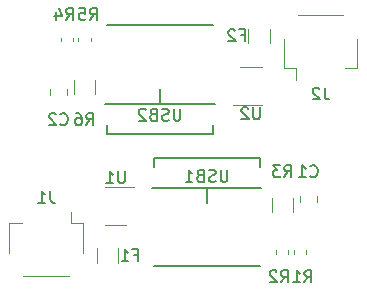
<source format=gbo>
G04 #@! TF.GenerationSoftware,KiCad,Pcbnew,(5.1.10)-1*
G04 #@! TF.CreationDate,2021-08-18T17:13:35+08:00*
G04 #@! TF.ProjectId,dboard,64626f61-7264-42e6-9b69-6361645f7063,rev?*
G04 #@! TF.SameCoordinates,Original*
G04 #@! TF.FileFunction,Legend,Bot*
G04 #@! TF.FilePolarity,Positive*
%FSLAX46Y46*%
G04 Gerber Fmt 4.6, Leading zero omitted, Abs format (unit mm)*
G04 Created by KiCad (PCBNEW (5.1.10)-1) date 2021-08-18 17:13:35*
%MOMM*%
%LPD*%
G01*
G04 APERTURE LIST*
%ADD10C,0.120000*%
%ADD11C,0.150000*%
G04 APERTURE END LIST*
D10*
X-11858750Y5278922D02*
X-11858750Y5796078D01*
X-13278750Y5278922D02*
X-13278750Y5796078D01*
X-10866250Y9837221D02*
X-10866250Y10162779D01*
X-9846250Y9837221D02*
X-9846250Y10162779D01*
D11*
X656250Y4540000D02*
X-8593750Y4540000D01*
X506250Y11200000D02*
X-8443750Y11200000D01*
X-8448750Y2790000D02*
X-8443750Y2030000D01*
X506250Y2030000D02*
X-8443750Y2030000D01*
X506250Y2030000D02*
X511250Y2790000D01*
X-3968750Y4540000D02*
X-3968750Y5810000D01*
D10*
X5341250Y9697936D02*
X5341250Y10902064D01*
X3521250Y9697936D02*
X3521250Y10902064D01*
X2831250Y7710000D02*
X4631250Y7710000D01*
X4631250Y4490000D02*
X2181250Y4490000D01*
X6521250Y10065000D02*
X6521250Y7565000D01*
X6521250Y7565000D02*
X7571250Y7565000D01*
X7571250Y7565000D02*
X7571250Y6575000D01*
X12741250Y10065000D02*
X12741250Y7565000D01*
X12741250Y7565000D02*
X11691250Y7565000D01*
X7691250Y12035000D02*
X11571250Y12035000D01*
X-11266250Y5397936D02*
X-11266250Y6602064D01*
X-9446250Y5397936D02*
X-9446250Y6602064D01*
X-12366250Y9837221D02*
X-12366250Y10162779D01*
X-11346250Y9837221D02*
X-11346250Y10162779D01*
D11*
X0Y-2540000D02*
X0Y-3810000D01*
X-4475000Y-30000D02*
X-4480000Y-790000D01*
X-4475000Y-30000D02*
X4475000Y-30000D01*
X4480000Y-790000D02*
X4475000Y-30000D01*
X-4475000Y-9200000D02*
X4475000Y-9200000D01*
X-4625000Y-2540000D02*
X4625000Y-2540000D01*
D10*
X-11660000Y-10035000D02*
X-15540000Y-10035000D01*
X-16710000Y-5565000D02*
X-15660000Y-5565000D01*
X-16710000Y-8065000D02*
X-16710000Y-5565000D01*
X-11540000Y-5565000D02*
X-11540000Y-4575000D01*
X-10490000Y-5565000D02*
X-11540000Y-5565000D01*
X-10490000Y-8065000D02*
X-10490000Y-5565000D01*
X-8600000Y-2490000D02*
X-6150000Y-2490000D01*
X-6800000Y-5710000D02*
X-8600000Y-5710000D01*
X5477500Y-3397936D02*
X5477500Y-4602064D01*
X7297500Y-3397936D02*
X7297500Y-4602064D01*
X5877500Y-7837221D02*
X5877500Y-8162779D01*
X6897500Y-7837221D02*
X6897500Y-8162779D01*
X7377500Y-7837221D02*
X7377500Y-8162779D01*
X8397500Y-7837221D02*
X8397500Y-8162779D01*
X-7490000Y-7697936D02*
X-7490000Y-8902064D01*
X-9310000Y-7697936D02*
X-9310000Y-8902064D01*
X9310000Y-3278922D02*
X9310000Y-3796078D01*
X7890000Y-3278922D02*
X7890000Y-3796078D01*
D11*
X-12402083Y2842857D02*
X-12354464Y2795238D01*
X-12211607Y2747619D01*
X-12116369Y2747619D01*
X-11973511Y2795238D01*
X-11878273Y2890476D01*
X-11830654Y2985714D01*
X-11783035Y3176190D01*
X-11783035Y3319047D01*
X-11830654Y3509523D01*
X-11878273Y3604761D01*
X-11973511Y3700000D01*
X-12116369Y3747619D01*
X-12211607Y3747619D01*
X-12354464Y3700000D01*
X-12402083Y3652380D01*
X-12783035Y3652380D02*
X-12830654Y3700000D01*
X-12925892Y3747619D01*
X-13163988Y3747619D01*
X-13259226Y3700000D01*
X-13306845Y3652380D01*
X-13354464Y3557142D01*
X-13354464Y3461904D01*
X-13306845Y3319047D01*
X-12735416Y2747619D01*
X-13354464Y2747619D01*
X-9902083Y11647619D02*
X-9568750Y12123809D01*
X-9330654Y11647619D02*
X-9330654Y12647619D01*
X-9711607Y12647619D01*
X-9806845Y12600000D01*
X-9854464Y12552380D01*
X-9902083Y12457142D01*
X-9902083Y12314285D01*
X-9854464Y12219047D01*
X-9806845Y12171428D01*
X-9711607Y12123809D01*
X-9330654Y12123809D01*
X-10806845Y12647619D02*
X-10330654Y12647619D01*
X-10283035Y12171428D01*
X-10330654Y12219047D01*
X-10425892Y12266666D01*
X-10663988Y12266666D01*
X-10759226Y12219047D01*
X-10806845Y12171428D01*
X-10854464Y12076190D01*
X-10854464Y11838095D01*
X-10806845Y11742857D01*
X-10759226Y11695238D01*
X-10663988Y11647619D01*
X-10425892Y11647619D01*
X-10330654Y11695238D01*
X-10283035Y11742857D01*
X-2230654Y4135119D02*
X-2230654Y3325595D01*
X-2278273Y3230357D01*
X-2325892Y3182738D01*
X-2421130Y3135119D01*
X-2611607Y3135119D01*
X-2706845Y3182738D01*
X-2754464Y3230357D01*
X-2802083Y3325595D01*
X-2802083Y4135119D01*
X-3230654Y3182738D02*
X-3373511Y3135119D01*
X-3611607Y3135119D01*
X-3706845Y3182738D01*
X-3754464Y3230357D01*
X-3802083Y3325595D01*
X-3802083Y3420833D01*
X-3754464Y3516071D01*
X-3706845Y3563690D01*
X-3611607Y3611309D01*
X-3421130Y3658928D01*
X-3325892Y3706547D01*
X-3278273Y3754166D01*
X-3230654Y3849404D01*
X-3230654Y3944642D01*
X-3278273Y4039880D01*
X-3325892Y4087500D01*
X-3421130Y4135119D01*
X-3659226Y4135119D01*
X-3802083Y4087500D01*
X-4563988Y3658928D02*
X-4706845Y3611309D01*
X-4754464Y3563690D01*
X-4802083Y3468452D01*
X-4802083Y3325595D01*
X-4754464Y3230357D01*
X-4706845Y3182738D01*
X-4611607Y3135119D01*
X-4230654Y3135119D01*
X-4230654Y4135119D01*
X-4563988Y4135119D01*
X-4659226Y4087500D01*
X-4706845Y4039880D01*
X-4754464Y3944642D01*
X-4754464Y3849404D01*
X-4706845Y3754166D01*
X-4659226Y3706547D01*
X-4563988Y3658928D01*
X-4230654Y3658928D01*
X-5183035Y4039880D02*
X-5230654Y4087500D01*
X-5325892Y4135119D01*
X-5563988Y4135119D01*
X-5659226Y4087500D01*
X-5706845Y4039880D01*
X-5754464Y3944642D01*
X-5754464Y3849404D01*
X-5706845Y3706547D01*
X-5135416Y3135119D01*
X-5754464Y3135119D01*
X2864583Y10371428D02*
X3197916Y10371428D01*
X3197916Y9847619D02*
X3197916Y10847619D01*
X2721726Y10847619D01*
X2388392Y10752380D02*
X2340773Y10800000D01*
X2245535Y10847619D01*
X2007440Y10847619D01*
X1912202Y10800000D01*
X1864583Y10752380D01*
X1816964Y10657142D01*
X1816964Y10561904D01*
X1864583Y10419047D01*
X2436011Y9847619D01*
X1816964Y9847619D01*
X4493154Y4247619D02*
X4493154Y3438095D01*
X4445535Y3342857D01*
X4397916Y3295238D01*
X4302678Y3247619D01*
X4112202Y3247619D01*
X4016964Y3295238D01*
X3969345Y3342857D01*
X3921726Y3438095D01*
X3921726Y4247619D01*
X3493154Y4152380D02*
X3445535Y4200000D01*
X3350297Y4247619D01*
X3112202Y4247619D01*
X3016964Y4200000D01*
X2969345Y4152380D01*
X2921726Y4057142D01*
X2921726Y3961904D01*
X2969345Y3819047D01*
X3540773Y3247619D01*
X2921726Y3247619D01*
X9964583Y5917619D02*
X9964583Y5203333D01*
X10012202Y5060476D01*
X10107440Y4965238D01*
X10250297Y4917619D01*
X10345535Y4917619D01*
X9536011Y5822380D02*
X9488392Y5870000D01*
X9393154Y5917619D01*
X9155059Y5917619D01*
X9059821Y5870000D01*
X9012202Y5822380D01*
X8964583Y5727142D01*
X8964583Y5631904D01*
X9012202Y5489047D01*
X9583630Y4917619D01*
X8964583Y4917619D01*
X-10202083Y2747619D02*
X-9868750Y3223809D01*
X-9630654Y2747619D02*
X-9630654Y3747619D01*
X-10011607Y3747619D01*
X-10106845Y3700000D01*
X-10154464Y3652380D01*
X-10202083Y3557142D01*
X-10202083Y3414285D01*
X-10154464Y3319047D01*
X-10106845Y3271428D01*
X-10011607Y3223809D01*
X-9630654Y3223809D01*
X-11059226Y3747619D02*
X-10868750Y3747619D01*
X-10773511Y3700000D01*
X-10725892Y3652380D01*
X-10630654Y3509523D01*
X-10583035Y3319047D01*
X-10583035Y2938095D01*
X-10630654Y2842857D01*
X-10678273Y2795238D01*
X-10773511Y2747619D01*
X-10963988Y2747619D01*
X-11059226Y2795238D01*
X-11106845Y2842857D01*
X-11154464Y2938095D01*
X-11154464Y3176190D01*
X-11106845Y3271428D01*
X-11059226Y3319047D01*
X-10963988Y3366666D01*
X-10773511Y3366666D01*
X-10678273Y3319047D01*
X-10630654Y3271428D01*
X-10583035Y3176190D01*
X-11902083Y11647619D02*
X-11568750Y12123809D01*
X-11330654Y11647619D02*
X-11330654Y12647619D01*
X-11711607Y12647619D01*
X-11806845Y12600000D01*
X-11854464Y12552380D01*
X-11902083Y12457142D01*
X-11902083Y12314285D01*
X-11854464Y12219047D01*
X-11806845Y12171428D01*
X-11711607Y12123809D01*
X-11330654Y12123809D01*
X-12759226Y12314285D02*
X-12759226Y11647619D01*
X-12521130Y12695238D02*
X-12283035Y11980952D01*
X-12902083Y11980952D01*
X1738095Y-1039880D02*
X1738095Y-1849404D01*
X1690476Y-1944642D01*
X1642857Y-1992261D01*
X1547619Y-2039880D01*
X1357142Y-2039880D01*
X1261904Y-1992261D01*
X1214285Y-1944642D01*
X1166666Y-1849404D01*
X1166666Y-1039880D01*
X738095Y-1992261D02*
X595238Y-2039880D01*
X357142Y-2039880D01*
X261904Y-1992261D01*
X214285Y-1944642D01*
X166666Y-1849404D01*
X166666Y-1754166D01*
X214285Y-1658928D01*
X261904Y-1611309D01*
X357142Y-1563690D01*
X547619Y-1516071D01*
X642857Y-1468452D01*
X690476Y-1420833D01*
X738095Y-1325595D01*
X738095Y-1230357D01*
X690476Y-1135119D01*
X642857Y-1087500D01*
X547619Y-1039880D01*
X309523Y-1039880D01*
X166666Y-1087500D01*
X-595238Y-1516071D02*
X-738095Y-1563690D01*
X-785714Y-1611309D01*
X-833333Y-1706547D01*
X-833333Y-1849404D01*
X-785714Y-1944642D01*
X-738095Y-1992261D01*
X-642857Y-2039880D01*
X-261904Y-2039880D01*
X-261904Y-1039880D01*
X-595238Y-1039880D01*
X-690476Y-1087500D01*
X-738095Y-1135119D01*
X-785714Y-1230357D01*
X-785714Y-1325595D01*
X-738095Y-1420833D01*
X-690476Y-1468452D01*
X-595238Y-1516071D01*
X-261904Y-1516071D01*
X-1785714Y-2039880D02*
X-1214285Y-2039880D01*
X-1500000Y-2039880D02*
X-1500000Y-1039880D01*
X-1404761Y-1182738D01*
X-1309523Y-1277976D01*
X-1214285Y-1325595D01*
X-13266666Y-2822380D02*
X-13266666Y-3536666D01*
X-13219047Y-3679523D01*
X-13123809Y-3774761D01*
X-12980952Y-3822380D01*
X-12885714Y-3822380D01*
X-14266666Y-3822380D02*
X-13695238Y-3822380D01*
X-13980952Y-3822380D02*
X-13980952Y-2822380D01*
X-13885714Y-2965238D01*
X-13790476Y-3060476D01*
X-13695238Y-3108095D01*
X-6938095Y-1152380D02*
X-6938095Y-1961904D01*
X-6985714Y-2057142D01*
X-7033333Y-2104761D01*
X-7128571Y-2152380D01*
X-7319047Y-2152380D01*
X-7414285Y-2104761D01*
X-7461904Y-2057142D01*
X-7509523Y-1961904D01*
X-7509523Y-1152380D01*
X-8509523Y-2152380D02*
X-7938095Y-2152380D01*
X-8223809Y-2152380D02*
X-8223809Y-1152380D01*
X-8128571Y-1295238D01*
X-8033333Y-1390476D01*
X-7938095Y-1438095D01*
X6566666Y-1652380D02*
X6900000Y-1176190D01*
X7138095Y-1652380D02*
X7138095Y-652380D01*
X6757142Y-652380D01*
X6661904Y-700000D01*
X6614285Y-747619D01*
X6566666Y-842857D01*
X6566666Y-985714D01*
X6614285Y-1080952D01*
X6661904Y-1128571D01*
X6757142Y-1176190D01*
X7138095Y-1176190D01*
X6233333Y-652380D02*
X5614285Y-652380D01*
X5947619Y-1033333D01*
X5804761Y-1033333D01*
X5709523Y-1080952D01*
X5661904Y-1128571D01*
X5614285Y-1223809D01*
X5614285Y-1461904D01*
X5661904Y-1557142D01*
X5709523Y-1604761D01*
X5804761Y-1652380D01*
X6090476Y-1652380D01*
X6185714Y-1604761D01*
X6233333Y-1557142D01*
X6266666Y-10552380D02*
X6600000Y-10076190D01*
X6838095Y-10552380D02*
X6838095Y-9552380D01*
X6457142Y-9552380D01*
X6361904Y-9600000D01*
X6314285Y-9647619D01*
X6266666Y-9742857D01*
X6266666Y-9885714D01*
X6314285Y-9980952D01*
X6361904Y-10028571D01*
X6457142Y-10076190D01*
X6838095Y-10076190D01*
X5885714Y-9647619D02*
X5838095Y-9600000D01*
X5742857Y-9552380D01*
X5504761Y-9552380D01*
X5409523Y-9600000D01*
X5361904Y-9647619D01*
X5314285Y-9742857D01*
X5314285Y-9838095D01*
X5361904Y-9980952D01*
X5933333Y-10552380D01*
X5314285Y-10552380D01*
X8266666Y-10552380D02*
X8600000Y-10076190D01*
X8838095Y-10552380D02*
X8838095Y-9552380D01*
X8457142Y-9552380D01*
X8361904Y-9600000D01*
X8314285Y-9647619D01*
X8266666Y-9742857D01*
X8266666Y-9885714D01*
X8314285Y-9980952D01*
X8361904Y-10028571D01*
X8457142Y-10076190D01*
X8838095Y-10076190D01*
X7314285Y-10552380D02*
X7885714Y-10552380D01*
X7600000Y-10552380D02*
X7600000Y-9552380D01*
X7695238Y-9695238D01*
X7790476Y-9790476D01*
X7885714Y-9838095D01*
X-6166666Y-8228571D02*
X-5833333Y-8228571D01*
X-5833333Y-8752380D02*
X-5833333Y-7752380D01*
X-6309523Y-7752380D01*
X-7214285Y-8752380D02*
X-6642857Y-8752380D01*
X-6928571Y-8752380D02*
X-6928571Y-7752380D01*
X-6833333Y-7895238D01*
X-6738095Y-7990476D01*
X-6642857Y-8038095D01*
X8766666Y-1557142D02*
X8814285Y-1604761D01*
X8957142Y-1652380D01*
X9052380Y-1652380D01*
X9195238Y-1604761D01*
X9290476Y-1509523D01*
X9338095Y-1414285D01*
X9385714Y-1223809D01*
X9385714Y-1080952D01*
X9338095Y-890476D01*
X9290476Y-795238D01*
X9195238Y-700000D01*
X9052380Y-652380D01*
X8957142Y-652380D01*
X8814285Y-700000D01*
X8766666Y-747619D01*
X7814285Y-1652380D02*
X8385714Y-1652380D01*
X8100000Y-1652380D02*
X8100000Y-652380D01*
X8195238Y-795238D01*
X8290476Y-890476D01*
X8385714Y-938095D01*
M02*

</source>
